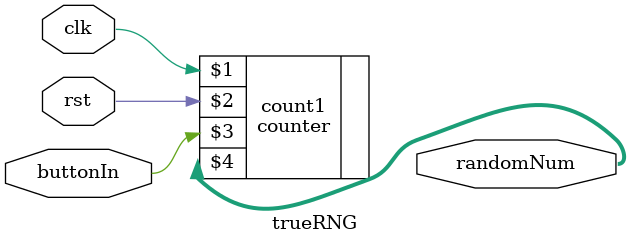
<source format=v>
module trueRNG(clk, rst, buttonIn, randomNum);

	input clk, rst, buttonIn;
	output [3:0] randomNum;

	counter count1(clk, rst, buttonIn, randomNum);
endmodule

</source>
